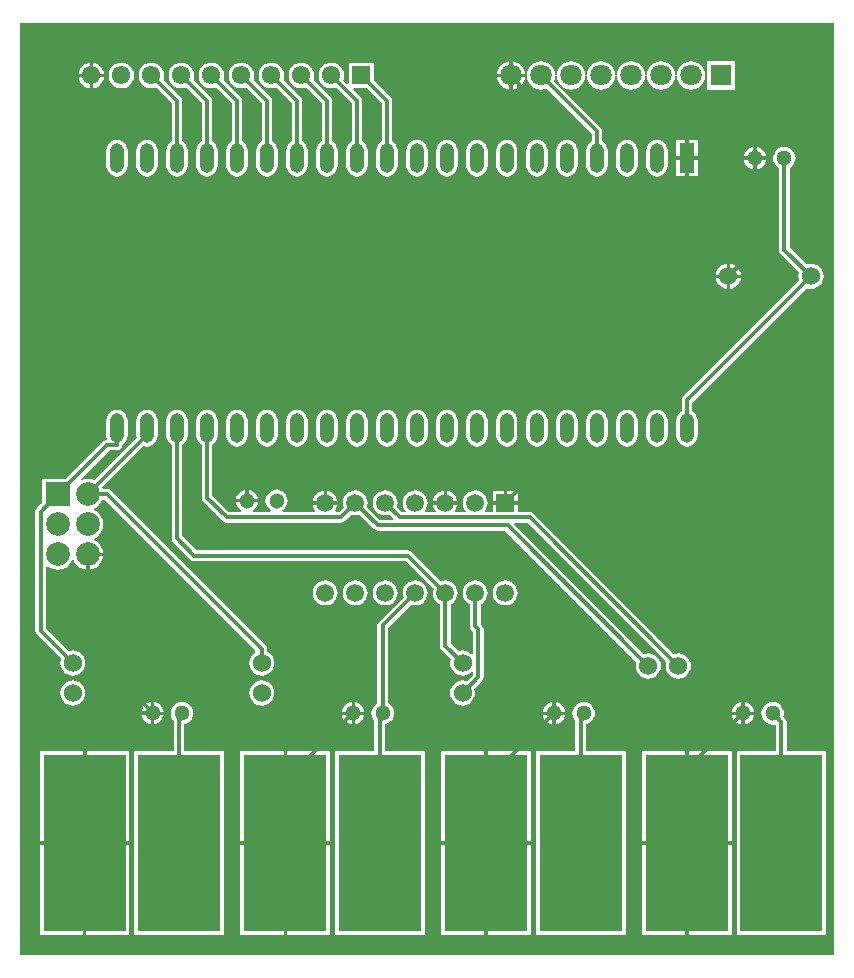
<source format=gtl>
G04 Layer_Physical_Order=1*
G04 Layer_Color=25308*
%FSLAX25Y25*%
%MOIN*%
G70*
G01*
G75*
%ADD10R,0.27559X0.59055*%
%ADD11C,0.01181*%
%ADD12C,0.07874*%
%ADD13R,0.07874X0.07874*%
%ADD14R,0.05906X0.05906*%
%ADD15C,0.05906*%
%ADD16C,0.05118*%
%ADD17C,0.06000*%
%ADD18C,0.07087*%
%ADD19R,0.07087X0.07087*%
%ADD20O,0.04724X0.09843*%
%ADD21R,0.04724X0.09843*%
%ADD22R,0.06102X0.06102*%
%ADD23C,0.06102*%
G36*
X332438Y61263D02*
X61263D01*
Y371808D01*
X332438D01*
Y61263D01*
D02*
G37*
%LPC*%
G36*
X141732Y152761D02*
X140641Y152617D01*
X139624Y152196D01*
X138750Y151525D01*
X138080Y150652D01*
X137659Y149635D01*
X137515Y148543D01*
X137659Y147452D01*
X138080Y146435D01*
X138750Y145561D01*
X139624Y144891D01*
X140641Y144470D01*
X141732Y144326D01*
X142824Y144470D01*
X143841Y144891D01*
X144714Y145561D01*
X145384Y146435D01*
X145806Y147452D01*
X145949Y148543D01*
X145806Y149635D01*
X145384Y150652D01*
X144714Y151525D01*
X143841Y152196D01*
X142824Y152617D01*
X141732Y152761D01*
D02*
G37*
G36*
X78740D02*
X77649Y152617D01*
X76632Y152196D01*
X75758Y151525D01*
X75088Y150652D01*
X74667Y149635D01*
X74523Y148543D01*
X74667Y147452D01*
X75088Y146435D01*
X75758Y145561D01*
X76632Y144891D01*
X77649Y144470D01*
X78740Y144326D01*
X79832Y144470D01*
X80849Y144891D01*
X81722Y145561D01*
X82392Y146435D01*
X82814Y147452D01*
X82957Y148543D01*
X82814Y149635D01*
X82392Y150652D01*
X81722Y151525D01*
X80849Y152196D01*
X79832Y152617D01*
X78740Y152761D01*
D02*
G37*
G36*
X302756Y145427D02*
Y142323D01*
X305860D01*
X305809Y142709D01*
X305432Y143618D01*
X304833Y144400D01*
X304052Y144999D01*
X303142Y145376D01*
X302756Y145427D01*
D02*
G37*
G36*
X162913Y186020D02*
X161834Y185878D01*
X160829Y185461D01*
X159965Y184799D01*
X159302Y183935D01*
X158886Y182930D01*
X158744Y181850D01*
X158886Y180771D01*
X159302Y179766D01*
X159965Y178902D01*
X160829Y178240D01*
X161834Y177823D01*
X162913Y177681D01*
X163993Y177823D01*
X164998Y178240D01*
X165862Y178902D01*
X166524Y179766D01*
X166941Y180771D01*
X167083Y181850D01*
X166941Y182930D01*
X166524Y183935D01*
X165862Y184799D01*
X164998Y185461D01*
X163993Y185878D01*
X162913Y186020D01*
D02*
G37*
G36*
X123465Y242904D02*
X122540Y242783D01*
X121678Y242426D01*
X120938Y241858D01*
X120370Y241118D01*
X120012Y240256D01*
X119891Y239331D01*
Y234212D01*
X120012Y233288D01*
X120370Y232426D01*
X120938Y231685D01*
X121658Y231132D01*
Y213635D01*
X121796Y212944D01*
X122187Y212358D01*
X128723Y205823D01*
X129309Y205431D01*
X130000Y205294D01*
X168163D01*
X168854Y205431D01*
X169440Y205823D01*
X171556Y207938D01*
X171834Y207823D01*
X172913Y207681D01*
X173993Y207823D01*
X174271Y207938D01*
X179086Y203123D01*
X179673Y202731D01*
X180364Y202594D01*
X222923D01*
X266642Y158874D01*
X266517Y158572D01*
X266373Y157480D01*
X266517Y156389D01*
X266938Y155372D01*
X267609Y154498D01*
X268482Y153828D01*
X269499Y153407D01*
X270591Y153263D01*
X271682Y153407D01*
X272699Y153828D01*
X273573Y154498D01*
X274243Y155372D01*
X274664Y156389D01*
X274808Y157480D01*
X274664Y158572D01*
X274243Y159589D01*
X273573Y160462D01*
X272699Y161133D01*
X271682Y161554D01*
X270591Y161698D01*
X269499Y161554D01*
X269197Y161429D01*
X225894Y204732D01*
X226085Y205194D01*
X230323D01*
X276642Y158874D01*
X276517Y158572D01*
X276373Y157480D01*
X276517Y156389D01*
X276938Y155372D01*
X277609Y154498D01*
X278482Y153828D01*
X279499Y153407D01*
X280591Y153263D01*
X281682Y153407D01*
X282699Y153828D01*
X283573Y154498D01*
X284243Y155372D01*
X284664Y156389D01*
X284808Y157480D01*
X284664Y158572D01*
X284243Y159589D01*
X283573Y160462D01*
X282699Y161133D01*
X281682Y161554D01*
X280591Y161698D01*
X279499Y161554D01*
X279197Y161429D01*
X232348Y208277D01*
X231762Y208669D01*
X231071Y208806D01*
X227047D01*
Y211260D01*
X218780D01*
Y208806D01*
X216419D01*
X216172Y209306D01*
X216524Y209766D01*
X216941Y210771D01*
X217083Y211850D01*
X216941Y212930D01*
X216524Y213935D01*
X215862Y214799D01*
X214998Y215461D01*
X213993Y215878D01*
X212913Y216020D01*
X211834Y215878D01*
X210829Y215461D01*
X209965Y214799D01*
X209302Y213935D01*
X208886Y212930D01*
X208744Y211850D01*
X208886Y210771D01*
X209302Y209766D01*
X209655Y209306D01*
X209408Y208806D01*
X206418D01*
X206172Y209306D01*
X206524Y209766D01*
X206941Y210771D01*
X207005Y211260D01*
X198822D01*
X198886Y210771D01*
X199302Y209766D01*
X199655Y209306D01*
X199408Y208806D01*
X196418D01*
X196172Y209306D01*
X196524Y209766D01*
X196941Y210771D01*
X197083Y211850D01*
X196941Y212930D01*
X196524Y213935D01*
X195862Y214799D01*
X194998Y215461D01*
X193993Y215878D01*
X192913Y216020D01*
X191834Y215878D01*
X190829Y215461D01*
X189965Y214799D01*
X189303Y213935D01*
X188886Y212930D01*
X188744Y211850D01*
X188886Y210771D01*
X189303Y209766D01*
X189655Y209306D01*
X189408Y208806D01*
X188512D01*
X186826Y210493D01*
D01*
X186941Y210771D01*
X187083Y211850D01*
X186941Y212930D01*
X186524Y213935D01*
X185862Y214799D01*
X184998Y215461D01*
X183993Y215878D01*
X182913Y216020D01*
X181834Y215878D01*
X180829Y215461D01*
X179965Y214799D01*
X179303Y213935D01*
X178886Y212930D01*
X178744Y211850D01*
X178886Y210771D01*
X179303Y209766D01*
X179965Y208902D01*
X180829Y208240D01*
X181834Y207823D01*
X182913Y207681D01*
X183993Y207823D01*
X184271Y207938D01*
X185541Y206668D01*
X185350Y206206D01*
X181112D01*
X176825Y210493D01*
D01*
X176941Y210771D01*
X177083Y211850D01*
X176941Y212930D01*
X176524Y213935D01*
X175862Y214799D01*
X174998Y215461D01*
X173993Y215878D01*
X172913Y216020D01*
X171834Y215878D01*
X170829Y215461D01*
X169965Y214799D01*
X169302Y213935D01*
X168886Y212930D01*
X168744Y211850D01*
X168886Y210771D01*
X169001Y210493D01*
X167415Y208906D01*
X166430D01*
X166209Y209355D01*
X166524Y209766D01*
X166941Y210771D01*
X167005Y211260D01*
X158822D01*
X158886Y210771D01*
X159302Y209766D01*
X159618Y209355D01*
X159397Y208906D01*
X148768D01*
X148721Y208995D01*
X148637Y209406D01*
X149321Y209931D01*
X149921Y210712D01*
X150297Y211622D01*
X150426Y212598D01*
X150297Y213575D01*
X149921Y214485D01*
X149321Y215266D01*
X148540Y215865D01*
X147630Y216242D01*
X146654Y216371D01*
X145677Y216242D01*
X144767Y215865D01*
X143986Y215266D01*
X143387Y214485D01*
X143010Y213575D01*
X142881Y212598D01*
X143010Y211622D01*
X143387Y210712D01*
X143986Y209931D01*
X144670Y209406D01*
X144587Y208995D01*
X144539Y208906D01*
X138926D01*
X138878Y208995D01*
X138795Y209406D01*
X139479Y209931D01*
X140078Y210712D01*
X140455Y211622D01*
X140506Y212008D01*
X133116D01*
X133167Y211622D01*
X133544Y210712D01*
X134143Y209931D01*
X134827Y209406D01*
X134744Y208995D01*
X134696Y208906D01*
X130748D01*
X125271Y214384D01*
Y231132D01*
X125992Y231685D01*
X126560Y232426D01*
X126917Y233288D01*
X127039Y234212D01*
Y239331D01*
X126917Y240256D01*
X126560Y241118D01*
X125992Y241858D01*
X125251Y242426D01*
X124390Y242783D01*
X123465Y242904D01*
D02*
G37*
G36*
X113465D02*
X112540Y242783D01*
X111678Y242426D01*
X110938Y241858D01*
X110370Y241118D01*
X110012Y240256D01*
X109891Y239331D01*
Y234212D01*
X110012Y233288D01*
X110370Y232426D01*
X110938Y231685D01*
X111658Y231132D01*
Y200000D01*
X111796Y199309D01*
X112187Y198723D01*
X117987Y192923D01*
X118573Y192531D01*
X119265Y192394D01*
X189816D01*
X199001Y183208D01*
X198886Y182930D01*
X198744Y181850D01*
X198886Y180771D01*
X199302Y179766D01*
X199965Y178902D01*
X200829Y178240D01*
X201107Y178124D01*
Y164291D01*
X201244Y163600D01*
X201636Y163014D01*
X204713Y159937D01*
X204588Y159635D01*
X204444Y158543D01*
X204588Y157452D01*
X205009Y156435D01*
X205679Y155561D01*
X206553Y154891D01*
X207570Y154470D01*
X208661Y154326D01*
X209753Y154470D01*
X210770Y154891D01*
X211594Y155523D01*
X212025Y155432D01*
X212094Y155409D01*
Y154530D01*
X210055Y152492D01*
X209753Y152617D01*
X208661Y152761D01*
X207570Y152617D01*
X206553Y152196D01*
X205679Y151525D01*
X205009Y150652D01*
X204588Y149635D01*
X204444Y148543D01*
X204588Y147452D01*
X205009Y146435D01*
X205679Y145561D01*
X206553Y144891D01*
X207570Y144470D01*
X208661Y144326D01*
X209753Y144470D01*
X210770Y144891D01*
X211643Y145561D01*
X212314Y146435D01*
X212735Y147452D01*
X212879Y148543D01*
X212735Y149635D01*
X212610Y149937D01*
X215177Y152505D01*
X215569Y153091D01*
X215706Y153782D01*
Y169700D01*
X215569Y170391D01*
X215177Y170977D01*
X214720Y171435D01*
Y178124D01*
X214998Y178240D01*
X215862Y178902D01*
X216524Y179766D01*
X216941Y180771D01*
X217083Y181850D01*
X216941Y182930D01*
X216524Y183935D01*
X215862Y184799D01*
X214998Y185461D01*
X213993Y185878D01*
X212913Y186020D01*
X211834Y185878D01*
X210829Y185461D01*
X209965Y184799D01*
X209302Y183935D01*
X208886Y182930D01*
X208744Y181850D01*
X208886Y180771D01*
X209302Y179766D01*
X209965Y178902D01*
X210829Y178240D01*
X211107Y178124D01*
Y170687D01*
X211245Y169995D01*
X211636Y169409D01*
X212094Y168952D01*
Y161678D01*
X212025Y161655D01*
X211594Y161564D01*
X210770Y162196D01*
X209753Y162617D01*
X208661Y162761D01*
X207570Y162617D01*
X207268Y162492D01*
X204720Y165040D01*
Y178124D01*
X204998Y178240D01*
X205862Y178902D01*
X206524Y179766D01*
X206941Y180771D01*
X207083Y181850D01*
X206941Y182930D01*
X206524Y183935D01*
X205862Y184799D01*
X204998Y185461D01*
X203993Y185878D01*
X202913Y186020D01*
X201834Y185878D01*
X201556Y185763D01*
X191841Y195477D01*
X191255Y195869D01*
X190564Y196006D01*
X120013D01*
X115271Y200748D01*
Y231132D01*
X115992Y231685D01*
X116560Y232426D01*
X116917Y233288D01*
X117039Y234212D01*
Y239331D01*
X116917Y240256D01*
X116560Y241118D01*
X115992Y241858D01*
X115252Y242426D01*
X114390Y242783D01*
X113465Y242904D01*
D02*
G37*
G36*
X301575Y145427D02*
X301189Y145376D01*
X300279Y144999D01*
X299498Y144400D01*
X298898Y143618D01*
X298521Y142709D01*
X298471Y142323D01*
X301575D01*
Y145427D01*
D02*
G37*
G36*
X171654D02*
X171268Y145376D01*
X170358Y144999D01*
X169577Y144400D01*
X168977Y143618D01*
X168600Y142709D01*
X168550Y142323D01*
X171654D01*
Y145427D01*
D02*
G37*
G36*
X105905D02*
Y142323D01*
X109010D01*
X108959Y142709D01*
X108582Y143618D01*
X107983Y144400D01*
X107201Y144999D01*
X106291Y145376D01*
X105905Y145427D01*
D02*
G37*
G36*
X104725D02*
X104339Y145376D01*
X103429Y144999D01*
X102647Y144400D01*
X102048Y143618D01*
X101671Y142709D01*
X101620Y142323D01*
X104725D01*
Y145427D01*
D02*
G37*
G36*
X239764D02*
Y142323D01*
X242868D01*
X242817Y142709D01*
X242440Y143618D01*
X241841Y144400D01*
X241059Y144999D01*
X240150Y145376D01*
X239764Y145427D01*
D02*
G37*
G36*
X238583D02*
X238197Y145376D01*
X237287Y144999D01*
X236506Y144400D01*
X235906Y143618D01*
X235529Y142709D01*
X235478Y142323D01*
X238583D01*
Y145427D01*
D02*
G37*
G36*
X172835D02*
Y142323D01*
X175939D01*
X175888Y142709D01*
X175511Y143618D01*
X174912Y144400D01*
X174130Y144999D01*
X173221Y145376D01*
X172835Y145427D01*
D02*
G37*
G36*
X172913Y186020D02*
X171834Y185878D01*
X170829Y185461D01*
X169965Y184799D01*
X169302Y183935D01*
X168886Y182930D01*
X168744Y181850D01*
X168886Y180771D01*
X169302Y179766D01*
X169965Y178902D01*
X170829Y178240D01*
X171834Y177823D01*
X172913Y177681D01*
X173993Y177823D01*
X174998Y178240D01*
X175862Y178902D01*
X176524Y179766D01*
X176941Y180771D01*
X177083Y181850D01*
X176941Y182930D01*
X176524Y183935D01*
X175862Y184799D01*
X174998Y185461D01*
X173993Y185878D01*
X172913Y186020D01*
D02*
G37*
G36*
X227047Y215984D02*
X223504D01*
Y212441D01*
X227047D01*
Y215984D01*
D02*
G37*
G36*
X222323D02*
X218780D01*
Y212441D01*
X222323D01*
Y215984D01*
D02*
G37*
G36*
X203504Y215942D02*
Y212441D01*
X207005D01*
X206941Y212930D01*
X206524Y213935D01*
X205862Y214799D01*
X204998Y215461D01*
X203993Y215878D01*
X203504Y215942D01*
D02*
G37*
G36*
X103465Y242904D02*
X102540Y242783D01*
X101678Y242426D01*
X100937Y241858D01*
X100370Y241118D01*
X100013Y240256D01*
X99891Y239331D01*
Y234212D01*
X99982Y233521D01*
X85851Y219390D01*
X85076Y219711D01*
X83740Y219887D01*
X82404Y219711D01*
X81694Y219417D01*
X81411Y219841D01*
X91014Y229444D01*
X93465D01*
X94156Y229581D01*
X94742Y229973D01*
X95134Y230559D01*
X95244Y231114D01*
X95252Y231118D01*
X95992Y231685D01*
X96560Y232426D01*
X96917Y233288D01*
X97039Y234212D01*
Y239331D01*
X96917Y240256D01*
X96560Y241118D01*
X95992Y241858D01*
X95252Y242426D01*
X94390Y242783D01*
X93465Y242904D01*
X92540Y242783D01*
X91678Y242426D01*
X90938Y241858D01*
X90369Y241118D01*
X90013Y240256D01*
X89891Y239331D01*
Y234212D01*
X90013Y233288D01*
X89844Y232973D01*
X89574Y232919D01*
X88989Y232527D01*
X76304Y219843D01*
X68622D01*
Y212161D01*
X66723Y210262D01*
X66331Y209676D01*
X66194Y208984D01*
Y169284D01*
X66331Y168592D01*
X66723Y168006D01*
X74792Y159937D01*
X74667Y159635D01*
X74523Y158543D01*
X74667Y157452D01*
X75088Y156435D01*
X75758Y155561D01*
X76632Y154891D01*
X77649Y154470D01*
X78740Y154326D01*
X79832Y154470D01*
X80849Y154891D01*
X81722Y155561D01*
X82392Y156435D01*
X82814Y157452D01*
X82957Y158543D01*
X82814Y159635D01*
X82392Y160652D01*
X81722Y161525D01*
X80849Y162196D01*
X79832Y162617D01*
X78740Y162761D01*
X77649Y162617D01*
X77346Y162492D01*
X69806Y170032D01*
Y190662D01*
X70306Y190908D01*
X71159Y190254D01*
X72404Y189738D01*
X73740Y189562D01*
X75076Y189738D01*
X76321Y190254D01*
X77390Y191074D01*
X78211Y192143D01*
X78470Y192768D01*
X79011D01*
X79269Y192143D01*
X80090Y191074D01*
X81159Y190254D01*
X82404Y189738D01*
X83150Y189640D01*
Y194724D01*
X83740D01*
Y195315D01*
X88825D01*
X88727Y196061D01*
X88211Y197306D01*
X87391Y198375D01*
X86321Y199195D01*
X85697Y199454D01*
Y199995D01*
X86321Y200254D01*
X87391Y201074D01*
X88211Y202143D01*
X88727Y203388D01*
X88902Y204724D01*
X88727Y206061D01*
X88211Y207306D01*
X87391Y208375D01*
X86321Y209195D01*
X85697Y209454D01*
Y209995D01*
X86321Y210254D01*
X87391Y211074D01*
X88211Y212143D01*
X88532Y212918D01*
X89427D01*
X139613Y162732D01*
X139618Y162506D01*
X139521Y162117D01*
X138750Y161525D01*
X138080Y160652D01*
X137659Y159635D01*
X137515Y158543D01*
X137659Y157452D01*
X138080Y156435D01*
X138750Y155561D01*
X139624Y154891D01*
X140641Y154470D01*
X141732Y154326D01*
X142824Y154470D01*
X143841Y154891D01*
X144714Y155561D01*
X145384Y156435D01*
X145806Y157452D01*
X145949Y158543D01*
X145806Y159635D01*
X145384Y160652D01*
X144714Y161525D01*
X143841Y162196D01*
X143539Y162321D01*
Y163168D01*
X143401Y163859D01*
X143009Y164445D01*
X91453Y216002D01*
X90867Y216393D01*
X90176Y216531D01*
X88808D01*
X88601Y217031D01*
X102392Y230822D01*
X102540Y230760D01*
X103465Y230639D01*
X104390Y230760D01*
X105252Y231118D01*
X105992Y231685D01*
X106560Y232426D01*
X106917Y233288D01*
X107038Y234212D01*
Y239331D01*
X106917Y240256D01*
X106560Y241118D01*
X105992Y241858D01*
X105252Y242426D01*
X104390Y242783D01*
X103465Y242904D01*
D02*
G37*
G36*
X137401Y216293D02*
Y213189D01*
X140506D01*
X140455Y213575D01*
X140078Y214485D01*
X139479Y215266D01*
X138697Y215865D01*
X137787Y216242D01*
X137401Y216293D01*
D02*
G37*
G36*
X136221D02*
X135835Y216242D01*
X134925Y215865D01*
X134143Y215266D01*
X133544Y214485D01*
X133167Y213575D01*
X133116Y213189D01*
X136221D01*
Y216293D01*
D02*
G37*
G36*
X202323Y215942D02*
X201834Y215878D01*
X200829Y215461D01*
X199965Y214799D01*
X199302Y213935D01*
X198886Y212930D01*
X198822Y212441D01*
X202323D01*
Y215942D01*
D02*
G37*
G36*
X222913Y186020D02*
X221834Y185878D01*
X220829Y185461D01*
X219965Y184799D01*
X219303Y183935D01*
X218886Y182930D01*
X218744Y181850D01*
X218886Y180771D01*
X219303Y179766D01*
X219965Y178902D01*
X220829Y178240D01*
X221834Y177823D01*
X222913Y177681D01*
X223992Y177823D01*
X224998Y178240D01*
X225862Y178902D01*
X226524Y179766D01*
X226941Y180771D01*
X227083Y181850D01*
X226941Y182930D01*
X226524Y183935D01*
X225862Y184799D01*
X224998Y185461D01*
X223992Y185878D01*
X222913Y186020D01*
D02*
G37*
G36*
X192913D02*
X191834Y185878D01*
X190829Y185461D01*
X189965Y184799D01*
X189303Y183935D01*
X188886Y182930D01*
X188744Y181850D01*
X188886Y180771D01*
X189001Y180493D01*
X180809Y172301D01*
X180418Y171715D01*
X180280Y171024D01*
Y145032D01*
X180200Y144999D01*
X179419Y144400D01*
X178820Y143618D01*
X178443Y142709D01*
X178314Y141732D01*
X178443Y140756D01*
X178820Y139846D01*
X179296Y139225D01*
Y129134D01*
X166142D01*
Y67716D01*
X196063D01*
Y129134D01*
X182909D01*
Y138068D01*
X183063Y138088D01*
X183973Y138465D01*
X184754Y139065D01*
X185354Y139846D01*
X185731Y140756D01*
X185859Y141732D01*
X185731Y142709D01*
X185354Y143618D01*
X184754Y144400D01*
X183973Y144999D01*
X183893Y145032D01*
Y170275D01*
X191556Y177938D01*
X191834Y177823D01*
X192913Y177681D01*
X193993Y177823D01*
X194998Y178240D01*
X195862Y178902D01*
X196524Y179766D01*
X196941Y180771D01*
X197083Y181850D01*
X196941Y182930D01*
X196524Y183935D01*
X195862Y184799D01*
X194998Y185461D01*
X193993Y185878D01*
X192913Y186020D01*
D02*
G37*
G36*
X182913D02*
X181834Y185878D01*
X180829Y185461D01*
X179965Y184799D01*
X179303Y183935D01*
X178886Y182930D01*
X178744Y181850D01*
X178886Y180771D01*
X179303Y179766D01*
X179965Y178902D01*
X180829Y178240D01*
X181834Y177823D01*
X182913Y177681D01*
X183993Y177823D01*
X184998Y178240D01*
X185862Y178902D01*
X186524Y179766D01*
X186941Y180771D01*
X187083Y181850D01*
X186941Y182930D01*
X186524Y183935D01*
X185862Y184799D01*
X184998Y185461D01*
X183993Y185878D01*
X182913Y186020D01*
D02*
G37*
G36*
X163504Y215942D02*
Y212441D01*
X167005D01*
X166941Y212930D01*
X166524Y213935D01*
X165862Y214799D01*
X164998Y215461D01*
X163993Y215878D01*
X163504Y215942D01*
D02*
G37*
G36*
X162323D02*
X161834Y215878D01*
X160829Y215461D01*
X159965Y214799D01*
X159302Y213935D01*
X158886Y212930D01*
X158822Y212441D01*
X162323D01*
Y215942D01*
D02*
G37*
G36*
X88825Y194134D02*
X84331D01*
Y189640D01*
X85076Y189738D01*
X86321Y190254D01*
X87391Y191074D01*
X88211Y192143D01*
X88727Y193388D01*
X88825Y194134D01*
D02*
G37*
G36*
X298425Y97835D02*
X284055D01*
Y67716D01*
X298425D01*
Y97835D01*
D02*
G37*
G36*
X282874D02*
X268504D01*
Y67716D01*
X282874D01*
Y97835D01*
D02*
G37*
G36*
X249016Y145505D02*
X248039Y145376D01*
X247130Y144999D01*
X246348Y144400D01*
X245749Y143618D01*
X245372Y142709D01*
X245243Y141732D01*
X245372Y140756D01*
X245749Y139846D01*
X246225Y139225D01*
Y129134D01*
X233071D01*
Y67716D01*
X262992D01*
Y129134D01*
X249838D01*
Y138068D01*
X249992Y138088D01*
X250902Y138465D01*
X251683Y139065D01*
X252283Y139846D01*
X252660Y140756D01*
X252788Y141732D01*
X252660Y142709D01*
X252283Y143618D01*
X251683Y144400D01*
X250902Y144999D01*
X249992Y145376D01*
X249016Y145505D01*
D02*
G37*
G36*
X97638Y129134D02*
X83268D01*
Y99016D01*
X97638D01*
Y129134D01*
D02*
G37*
G36*
X82087D02*
X67717D01*
Y99016D01*
X82087D01*
Y129134D01*
D02*
G37*
G36*
X312008Y145505D02*
X311031Y145376D01*
X310122Y144999D01*
X309340Y144400D01*
X308741Y143618D01*
X308364Y142709D01*
X308235Y141732D01*
X308364Y140756D01*
X308741Y139846D01*
X309340Y139065D01*
X310122Y138465D01*
X311031Y138088D01*
X312008Y137960D01*
X312660Y138046D01*
X313140Y137664D01*
X313154Y137626D01*
Y129134D01*
X300000D01*
Y67716D01*
X329921D01*
Y129134D01*
X316767D01*
Y138779D01*
X316630Y139471D01*
X316238Y140057D01*
X315619Y140676D01*
X315652Y140756D01*
X315780Y141732D01*
X315652Y142709D01*
X315275Y143618D01*
X314675Y144400D01*
X313894Y144999D01*
X312984Y145376D01*
X312008Y145505D01*
D02*
G37*
G36*
X231496Y97835D02*
X217126D01*
Y67716D01*
X231496D01*
Y97835D01*
D02*
G37*
G36*
X115157Y145505D02*
X114181Y145376D01*
X113271Y144999D01*
X112490Y144400D01*
X111890Y143618D01*
X111513Y142709D01*
X111385Y141732D01*
X111513Y140756D01*
X111890Y139846D01*
X112367Y139225D01*
Y129134D01*
X99213D01*
Y67716D01*
X129134D01*
Y129134D01*
X115980D01*
Y138068D01*
X116134Y138088D01*
X117044Y138465D01*
X117825Y139065D01*
X118424Y139846D01*
X118801Y140756D01*
X118930Y141732D01*
X118801Y142709D01*
X118424Y143618D01*
X117825Y144400D01*
X117044Y144999D01*
X116134Y145376D01*
X115157Y145505D01*
D02*
G37*
G36*
X97638Y97835D02*
X83268D01*
Y67716D01*
X97638D01*
Y97835D01*
D02*
G37*
G36*
X82087D02*
X67717D01*
Y67716D01*
X82087D01*
Y97835D01*
D02*
G37*
G36*
X215945D02*
X201575D01*
Y67716D01*
X215945D01*
Y97835D01*
D02*
G37*
G36*
X164567D02*
X150197D01*
Y67716D01*
X164567D01*
Y97835D01*
D02*
G37*
G36*
X149016D02*
X134646D01*
Y67716D01*
X149016D01*
Y97835D01*
D02*
G37*
G36*
Y129134D02*
X134646D01*
Y99016D01*
X149016D01*
Y129134D01*
D02*
G37*
G36*
X238583Y141142D02*
X235478D01*
X235529Y140756D01*
X235906Y139846D01*
X236506Y139065D01*
X237287Y138465D01*
X238197Y138088D01*
X238583Y138038D01*
Y141142D01*
D02*
G37*
G36*
X175939D02*
X172835D01*
Y138038D01*
X173221Y138088D01*
X174130Y138465D01*
X174912Y139065D01*
X175511Y139846D01*
X175888Y140756D01*
X175939Y141142D01*
D02*
G37*
G36*
X171654D02*
X168550D01*
X168600Y140756D01*
X168977Y139846D01*
X169577Y139065D01*
X170358Y138465D01*
X171268Y138088D01*
X171654Y138038D01*
Y141142D01*
D02*
G37*
G36*
X305860D02*
X302756D01*
Y138038D01*
X303142Y138088D01*
X304052Y138465D01*
X304833Y139065D01*
X305432Y139846D01*
X305809Y140756D01*
X305860Y141142D01*
D02*
G37*
G36*
X301575D02*
X298471D01*
X298521Y140756D01*
X298898Y139846D01*
X299498Y139065D01*
X300279Y138465D01*
X301189Y138088D01*
X301575Y138038D01*
Y141142D01*
D02*
G37*
G36*
X242868D02*
X239764D01*
Y138038D01*
X240150Y138088D01*
X241059Y138465D01*
X241841Y139065D01*
X242440Y139846D01*
X242817Y140756D01*
X242868Y141142D01*
D02*
G37*
G36*
X109010D02*
X105905D01*
Y138038D01*
X106291Y138088D01*
X107201Y138465D01*
X107983Y139065D01*
X108582Y139846D01*
X108959Y140756D01*
X109010Y141142D01*
D02*
G37*
G36*
X231496Y129134D02*
X217126D01*
Y99016D01*
X231496D01*
Y129134D01*
D02*
G37*
G36*
X215945D02*
X201575D01*
Y99016D01*
X215945D01*
Y129134D01*
D02*
G37*
G36*
X164567D02*
X150197D01*
Y99016D01*
X164567D01*
Y129134D01*
D02*
G37*
G36*
X104725Y141142D02*
X101620D01*
X101671Y140756D01*
X102048Y139846D01*
X102647Y139065D01*
X103429Y138465D01*
X104339Y138088D01*
X104725Y138038D01*
Y141142D01*
D02*
G37*
G36*
X298425Y129134D02*
X284055D01*
Y99016D01*
X298425D01*
Y129134D01*
D02*
G37*
G36*
X282874D02*
X268504D01*
Y99016D01*
X282874D01*
Y129134D01*
D02*
G37*
G36*
X133465Y242904D02*
X132540Y242783D01*
X131678Y242426D01*
X130938Y241858D01*
X130369Y241118D01*
X130013Y240256D01*
X129891Y239331D01*
Y234212D01*
X130013Y233288D01*
X130369Y232426D01*
X130938Y231685D01*
X131678Y231118D01*
X132540Y230760D01*
X133465Y230639D01*
X134390Y230760D01*
X135251Y231118D01*
X135992Y231685D01*
X136560Y232426D01*
X136917Y233288D01*
X137039Y234212D01*
Y239331D01*
X136917Y240256D01*
X136560Y241118D01*
X135992Y241858D01*
X135251Y242426D01*
X134390Y242783D01*
X133465Y242904D01*
D02*
G37*
G36*
X287008Y326181D02*
X284055D01*
Y320669D01*
X287008D01*
Y326181D01*
D02*
G37*
G36*
X282874D02*
X279921D01*
Y320669D01*
X282874D01*
Y326181D01*
D02*
G37*
G36*
X273465Y332905D02*
X272540Y332783D01*
X271678Y332426D01*
X270937Y331858D01*
X270370Y331118D01*
X270012Y330256D01*
X269891Y329331D01*
Y324213D01*
X270012Y323288D01*
X270370Y322426D01*
X270937Y321685D01*
X271678Y321117D01*
X272540Y320760D01*
X273465Y320639D01*
X274390Y320760D01*
X275252Y321117D01*
X275992Y321685D01*
X276560Y322426D01*
X276917Y323288D01*
X277039Y324213D01*
Y329331D01*
X276917Y330256D01*
X276560Y331118D01*
X275992Y331858D01*
X275252Y332426D01*
X274390Y332783D01*
X273465Y332905D01*
D02*
G37*
G36*
X282874Y332874D02*
X279921D01*
Y327362D01*
X282874D01*
Y332874D01*
D02*
G37*
G36*
X309797Y326181D02*
X306693D01*
Y323077D01*
X307079Y323128D01*
X307989Y323505D01*
X308770Y324104D01*
X309369Y324885D01*
X309746Y325795D01*
X309797Y326181D01*
D02*
G37*
G36*
X305512D02*
X302408D01*
X302459Y325795D01*
X302835Y324885D01*
X303435Y324104D01*
X304216Y323505D01*
X305126Y323128D01*
X305512Y323077D01*
Y326181D01*
D02*
G37*
G36*
X263465Y332905D02*
X262540Y332783D01*
X261678Y332426D01*
X260938Y331858D01*
X260369Y331118D01*
X260013Y330256D01*
X259891Y329331D01*
Y324213D01*
X260013Y323288D01*
X260369Y322426D01*
X260938Y321685D01*
X261678Y321117D01*
X262540Y320760D01*
X263465Y320639D01*
X264390Y320760D01*
X265251Y321117D01*
X265992Y321685D01*
X266560Y322426D01*
X266917Y323288D01*
X267038Y324213D01*
Y329331D01*
X266917Y330256D01*
X266560Y331118D01*
X265992Y331858D01*
X265251Y332426D01*
X264390Y332783D01*
X263465Y332905D01*
D02*
G37*
G36*
X213465D02*
X212540Y332783D01*
X211678Y332426D01*
X210938Y331858D01*
X210369Y331118D01*
X210013Y330256D01*
X209891Y329331D01*
Y324213D01*
X210013Y323288D01*
X210369Y322426D01*
X210938Y321685D01*
X211678Y321117D01*
X212540Y320760D01*
X213465Y320639D01*
X214390Y320760D01*
X215251Y321117D01*
X215992Y321685D01*
X216560Y322426D01*
X216917Y323288D01*
X217038Y324213D01*
Y329331D01*
X216917Y330256D01*
X216560Y331118D01*
X215992Y331858D01*
X215251Y332426D01*
X214390Y332783D01*
X213465Y332905D01*
D02*
G37*
G36*
X203465D02*
X202540Y332783D01*
X201678Y332426D01*
X200938Y331858D01*
X200370Y331118D01*
X200012Y330256D01*
X199891Y329331D01*
Y324213D01*
X200012Y323288D01*
X200370Y322426D01*
X200938Y321685D01*
X201678Y321117D01*
X202540Y320760D01*
X203465Y320639D01*
X204390Y320760D01*
X205252Y321117D01*
X205992Y321685D01*
X206560Y322426D01*
X206917Y323288D01*
X207038Y324213D01*
Y329331D01*
X206917Y330256D01*
X206560Y331118D01*
X205992Y331858D01*
X205252Y332426D01*
X204390Y332783D01*
X203465Y332905D01*
D02*
G37*
G36*
X193465D02*
X192540Y332783D01*
X191678Y332426D01*
X190937Y331858D01*
X190369Y331118D01*
X190013Y330256D01*
X189891Y329331D01*
Y324213D01*
X190013Y323288D01*
X190369Y322426D01*
X190937Y321685D01*
X191678Y321117D01*
X192540Y320760D01*
X193465Y320639D01*
X194390Y320760D01*
X195252Y321117D01*
X195992Y321685D01*
X196560Y322426D01*
X196917Y323288D01*
X197038Y324213D01*
Y329331D01*
X196917Y330256D01*
X196560Y331118D01*
X195992Y331858D01*
X195252Y332426D01*
X194390Y332783D01*
X193465Y332905D01*
D02*
G37*
G36*
X243465D02*
X242540Y332783D01*
X241678Y332426D01*
X240937Y331858D01*
X240370Y331118D01*
X240013Y330256D01*
X239891Y329331D01*
Y324213D01*
X240013Y323288D01*
X240370Y322426D01*
X240937Y321685D01*
X241678Y321117D01*
X242540Y320760D01*
X243465Y320639D01*
X244390Y320760D01*
X245251Y321117D01*
X245992Y321685D01*
X246560Y322426D01*
X246917Y323288D01*
X247039Y324213D01*
Y329331D01*
X246917Y330256D01*
X246560Y331118D01*
X245992Y331858D01*
X245251Y332426D01*
X244390Y332783D01*
X243465Y332905D01*
D02*
G37*
G36*
X233465D02*
X232540Y332783D01*
X231678Y332426D01*
X230938Y331858D01*
X230369Y331118D01*
X230012Y330256D01*
X229891Y329331D01*
Y324213D01*
X230012Y323288D01*
X230369Y322426D01*
X230938Y321685D01*
X231678Y321117D01*
X232540Y320760D01*
X233465Y320639D01*
X234390Y320760D01*
X235251Y321117D01*
X235992Y321685D01*
X236560Y322426D01*
X236917Y323288D01*
X237038Y324213D01*
Y329331D01*
X236917Y330256D01*
X236560Y331118D01*
X235992Y331858D01*
X235251Y332426D01*
X234390Y332783D01*
X233465Y332905D01*
D02*
G37*
G36*
X223465D02*
X222540Y332783D01*
X221678Y332426D01*
X220937Y331858D01*
X220370Y331118D01*
X220012Y330256D01*
X219891Y329331D01*
Y324213D01*
X220012Y323288D01*
X220370Y322426D01*
X220937Y321685D01*
X221678Y321117D01*
X222540Y320760D01*
X223465Y320639D01*
X224390Y320760D01*
X225252Y321117D01*
X225992Y321685D01*
X226560Y322426D01*
X226917Y323288D01*
X227039Y324213D01*
Y329331D01*
X226917Y330256D01*
X226560Y331118D01*
X225992Y331858D01*
X225252Y332426D01*
X224390Y332783D01*
X223465Y332905D01*
D02*
G37*
G36*
X287008Y332874D02*
X284055D01*
Y327362D01*
X287008D01*
Y332874D01*
D02*
G37*
G36*
X84331Y358522D02*
X83816Y358454D01*
X82787Y358028D01*
X81903Y357349D01*
X81224Y356465D01*
X80798Y355436D01*
X80730Y354921D01*
X84331D01*
Y358522D01*
D02*
G37*
G36*
X284843Y359096D02*
X283609Y358934D01*
X282460Y358458D01*
X281473Y357700D01*
X280716Y356713D01*
X280240Y355564D01*
X280124Y354687D01*
Y354687D01*
X280095Y354462D01*
X280092D01*
X280076D01*
X280047D01*
X279639D01*
X279610Y354462D01*
X279593Y354462D01*
X279591D01*
X279561Y354687D01*
Y354687D01*
X279445Y355564D01*
X278969Y356713D01*
X278212Y357700D01*
X277225Y358458D01*
X276076Y358934D01*
X274843Y359096D01*
X273609Y358934D01*
X272460Y358458D01*
X271473Y357700D01*
X270716Y356713D01*
X270240Y355564D01*
X270124Y354687D01*
Y354687D01*
X270095Y354462D01*
X270092D01*
X270075D01*
X270046D01*
X269639D01*
X269610Y354462D01*
X269593Y354462D01*
X269590D01*
X269561Y354687D01*
Y354687D01*
X269445Y355564D01*
X268969Y356713D01*
X268212Y357700D01*
X267225Y358458D01*
X266076Y358934D01*
X264843Y359096D01*
X263609Y358934D01*
X262460Y358458D01*
X261473Y357700D01*
X260716Y356713D01*
X260240Y355564D01*
X260124Y354687D01*
Y354687D01*
X260095Y354462D01*
X260092D01*
X260075D01*
X260047D01*
X259639D01*
X259610Y354462D01*
X259593Y354462D01*
X259591D01*
X259561Y354687D01*
Y354687D01*
X259445Y355564D01*
X258969Y356713D01*
X258212Y357700D01*
X257225Y358458D01*
X256076Y358934D01*
X254843Y359096D01*
X253609Y358934D01*
X252460Y358458D01*
X251473Y357700D01*
X250716Y356713D01*
X250240Y355564D01*
X250124Y354687D01*
Y354687D01*
X250095Y354462D01*
X250092D01*
X250076D01*
X250046D01*
X249639D01*
X249610Y354462D01*
X249593Y354462D01*
X249590D01*
X249561Y354687D01*
Y354687D01*
X249445Y355564D01*
X248969Y356713D01*
X248212Y357700D01*
X247225Y358458D01*
X246076Y358934D01*
X244843Y359096D01*
X243609Y358934D01*
X242460Y358458D01*
X241473Y357700D01*
X240716Y356713D01*
X240240Y355564D01*
X240124Y354687D01*
Y354687D01*
X240095Y354462D01*
X240092D01*
X240075D01*
X240047D01*
X239639D01*
X239610Y354462D01*
X239593Y354462D01*
X239591D01*
X239561Y354687D01*
Y354687D01*
X239445Y355564D01*
X238969Y356713D01*
X238212Y357700D01*
X237225Y358458D01*
X236076Y358934D01*
X234843Y359096D01*
X233609Y358934D01*
X232460Y358458D01*
X231473Y357700D01*
X230716Y356713D01*
X230240Y355564D01*
X230124Y354687D01*
Y354687D01*
X230095Y354462D01*
X230095D01*
X230077Y354331D01*
X230095Y354199D01*
X230095D01*
X230124Y353975D01*
Y353975D01*
X230240Y353098D01*
X230716Y351948D01*
X231473Y350961D01*
X232460Y350204D01*
X233609Y349728D01*
X234843Y349566D01*
X236076Y349728D01*
X236652Y349967D01*
X251658Y334961D01*
Y332411D01*
X250938Y331858D01*
X250370Y331118D01*
X250012Y330256D01*
X249891Y329331D01*
Y324213D01*
X250012Y323288D01*
X250370Y322426D01*
X250938Y321685D01*
X251678Y321117D01*
X252540Y320760D01*
X253465Y320639D01*
X254390Y320760D01*
X255252Y321117D01*
X255992Y321685D01*
X256560Y322426D01*
X256917Y323288D01*
X257038Y324213D01*
Y329331D01*
X256917Y330256D01*
X256560Y331118D01*
X255992Y331858D01*
X255271Y332411D01*
Y335709D01*
X255134Y336400D01*
X254742Y336986D01*
X239207Y352521D01*
X239445Y353098D01*
X239561Y353975D01*
Y353975D01*
X239591Y354199D01*
X239593D01*
X239610D01*
X239639D01*
X240047D01*
X240075Y354199D01*
X240092Y354199D01*
X240095D01*
X240124Y353975D01*
Y353975D01*
X240240Y353098D01*
X240716Y351948D01*
X241473Y350961D01*
X242460Y350204D01*
X243609Y349728D01*
X244843Y349566D01*
X246076Y349728D01*
X247225Y350204D01*
X248212Y350961D01*
X248969Y351948D01*
X249445Y353098D01*
X249561Y353975D01*
Y353975D01*
X249590Y354199D01*
X249593D01*
X249610D01*
X249639D01*
X250046D01*
X250076Y354199D01*
X250092Y354199D01*
X250095D01*
X250124Y353975D01*
Y353975D01*
X250240Y353098D01*
X250716Y351948D01*
X251473Y350961D01*
X252460Y350204D01*
X253609Y349728D01*
X254843Y349566D01*
X256076Y349728D01*
X257225Y350204D01*
X258212Y350961D01*
X258969Y351948D01*
X259445Y353098D01*
X259561Y353975D01*
Y353975D01*
X259591Y354199D01*
X259593D01*
X259610D01*
X259639D01*
X260047D01*
X260075Y354199D01*
X260092Y354199D01*
X260095D01*
X260124Y353975D01*
Y353975D01*
X260240Y353098D01*
X260716Y351948D01*
X261473Y350961D01*
X262460Y350204D01*
X263609Y349728D01*
X264843Y349566D01*
X266076Y349728D01*
X267225Y350204D01*
X268212Y350961D01*
X268969Y351948D01*
X269445Y353098D01*
X269561Y353975D01*
Y353975D01*
X269590Y354199D01*
X269593D01*
X269610D01*
X269639D01*
X270046D01*
X270075Y354199D01*
X270092Y354199D01*
X270095D01*
X270124Y353975D01*
Y353975D01*
X270240Y353098D01*
X270716Y351948D01*
X271473Y350961D01*
X272460Y350204D01*
X273609Y349728D01*
X274843Y349566D01*
X276076Y349728D01*
X277225Y350204D01*
X278212Y350961D01*
X278969Y351948D01*
X279445Y353098D01*
X279561Y353975D01*
Y353975D01*
X279591Y354199D01*
X279593D01*
X279610D01*
X279639D01*
X280047D01*
X280076Y354199D01*
X280092Y354199D01*
X280095D01*
X280124Y353975D01*
Y353975D01*
X280240Y353098D01*
X280716Y351948D01*
X281473Y350961D01*
X282460Y350204D01*
X283609Y349728D01*
X284843Y349566D01*
X286076Y349728D01*
X287225Y350204D01*
X288212Y350961D01*
X288969Y351948D01*
X289445Y353098D01*
X289608Y354331D01*
X289445Y355564D01*
X288969Y356713D01*
X288212Y357700D01*
X287225Y358458D01*
X286076Y358934D01*
X284843Y359096D01*
D02*
G37*
G36*
X89112Y353740D02*
X85512D01*
Y350140D01*
X86026Y350207D01*
X87056Y350634D01*
X87940Y351312D01*
X88618Y352196D01*
X89044Y353226D01*
X89112Y353740D01*
D02*
G37*
G36*
X225433Y359018D02*
Y354921D01*
X229530D01*
X229445Y355564D01*
X228969Y356713D01*
X228212Y357700D01*
X227225Y358458D01*
X226076Y358934D01*
X225433Y359018D01*
D02*
G37*
G36*
X224252D02*
X223609Y358934D01*
X222460Y358458D01*
X221473Y357700D01*
X220716Y356713D01*
X220240Y355564D01*
X220155Y354921D01*
X224252D01*
Y359018D01*
D02*
G37*
G36*
X85512Y358522D02*
Y354921D01*
X89112D01*
X89044Y355436D01*
X88618Y356465D01*
X87940Y357349D01*
X87056Y358028D01*
X86026Y358454D01*
X85512Y358522D01*
D02*
G37*
G36*
X84331Y353740D02*
X80730D01*
X80798Y353226D01*
X81224Y352196D01*
X81903Y351312D01*
X82787Y350634D01*
X83816Y350207D01*
X84331Y350140D01*
Y353740D01*
D02*
G37*
G36*
X299567Y359055D02*
X290118D01*
Y349606D01*
X299567D01*
Y359055D01*
D02*
G37*
G36*
X306693Y330466D02*
Y327362D01*
X309797D01*
X309746Y327748D01*
X309369Y328658D01*
X308770Y329439D01*
X307989Y330039D01*
X307079Y330416D01*
X306693Y330466D01*
D02*
G37*
G36*
X305512D02*
X305126Y330416D01*
X304216Y330039D01*
X303435Y329439D01*
X302835Y328658D01*
X302459Y327748D01*
X302408Y327362D01*
X305512D01*
Y330466D01*
D02*
G37*
G36*
X94921Y358600D02*
X93816Y358454D01*
X92787Y358028D01*
X91903Y357349D01*
X91224Y356465D01*
X90798Y355436D01*
X90652Y354331D01*
X90798Y353226D01*
X91224Y352196D01*
X91903Y351312D01*
X92787Y350634D01*
X93816Y350207D01*
X94921Y350062D01*
X96026Y350207D01*
X97056Y350634D01*
X97940Y351312D01*
X98618Y352196D01*
X99045Y353226D01*
X99190Y354331D01*
X99045Y355436D01*
X98618Y356465D01*
X97940Y357349D01*
X97056Y358028D01*
X96026Y358454D01*
X94921Y358600D01*
D02*
G37*
G36*
X229530Y353740D02*
X225433D01*
Y349643D01*
X226076Y349728D01*
X227225Y350204D01*
X228212Y350961D01*
X228969Y351948D01*
X229445Y353098D01*
X229530Y353740D01*
D02*
G37*
G36*
X224252D02*
X220155D01*
X220240Y353098D01*
X220716Y351948D01*
X221473Y350961D01*
X222460Y350204D01*
X223609Y349728D01*
X224252Y349643D01*
Y353740D01*
D02*
G37*
G36*
X164921Y358600D02*
X163816Y358454D01*
X162787Y358028D01*
X161903Y357349D01*
X161224Y356465D01*
X160798Y355436D01*
X160652Y354331D01*
X160798Y353226D01*
X161224Y352196D01*
X161903Y351312D01*
X162787Y350634D01*
X163816Y350207D01*
X164921Y350062D01*
X166026Y350207D01*
X166354Y350343D01*
X171658Y345039D01*
Y332411D01*
X170938Y331858D01*
X170370Y331118D01*
X170012Y330256D01*
X169891Y329331D01*
Y324213D01*
X170012Y323288D01*
X170370Y322426D01*
X170938Y321685D01*
X171678Y321117D01*
X172540Y320760D01*
X173465Y320639D01*
X174390Y320760D01*
X175251Y321117D01*
X175992Y321685D01*
X176560Y322426D01*
X176917Y323288D01*
X177039Y324213D01*
Y329331D01*
X176917Y330256D01*
X176560Y331118D01*
X175992Y331858D01*
X175271Y332411D01*
Y345787D01*
X175134Y346479D01*
X174742Y347065D01*
X172170Y349637D01*
X172361Y350098D01*
X176599D01*
X181658Y345039D01*
Y332411D01*
X180938Y331858D01*
X180369Y331118D01*
X180013Y330256D01*
X179891Y329331D01*
Y324213D01*
X180013Y323288D01*
X180369Y322426D01*
X180938Y321685D01*
X181678Y321117D01*
X182540Y320760D01*
X183465Y320639D01*
X184390Y320760D01*
X185251Y321117D01*
X185992Y321685D01*
X186560Y322426D01*
X186917Y323288D01*
X187039Y324213D01*
Y329331D01*
X186917Y330256D01*
X186560Y331118D01*
X185992Y331858D01*
X185271Y332411D01*
Y345787D01*
X185134Y346479D01*
X184742Y347065D01*
X179154Y352653D01*
Y358563D01*
X170689D01*
Y351771D01*
X170227Y351580D01*
X168909Y352898D01*
X169044Y353226D01*
X169190Y354331D01*
X169044Y355436D01*
X168618Y356465D01*
X167940Y357349D01*
X167056Y358028D01*
X166026Y358454D01*
X164921Y358600D01*
D02*
G37*
G36*
X233465Y242904D02*
X232540Y242783D01*
X231678Y242426D01*
X230938Y241858D01*
X230369Y241118D01*
X230012Y240256D01*
X229891Y239331D01*
Y234212D01*
X230012Y233288D01*
X230369Y232426D01*
X230938Y231685D01*
X231678Y231118D01*
X232540Y230760D01*
X233465Y230639D01*
X234390Y230760D01*
X235251Y231118D01*
X235992Y231685D01*
X236560Y232426D01*
X236917Y233288D01*
X237038Y234212D01*
Y239331D01*
X236917Y240256D01*
X236560Y241118D01*
X235992Y241858D01*
X235251Y242426D01*
X234390Y242783D01*
X233465Y242904D01*
D02*
G37*
G36*
X223465D02*
X222540Y242783D01*
X221678Y242426D01*
X220937Y241858D01*
X220370Y241118D01*
X220012Y240256D01*
X219891Y239331D01*
Y234212D01*
X220012Y233288D01*
X220370Y232426D01*
X220937Y231685D01*
X221678Y231118D01*
X222540Y230760D01*
X223465Y230639D01*
X224390Y230760D01*
X225252Y231118D01*
X225992Y231685D01*
X226560Y232426D01*
X226917Y233288D01*
X227039Y234212D01*
Y239331D01*
X226917Y240256D01*
X226560Y241118D01*
X225992Y241858D01*
X225252Y242426D01*
X224390Y242783D01*
X223465Y242904D01*
D02*
G37*
G36*
X213465D02*
X212540Y242783D01*
X211678Y242426D01*
X210938Y241858D01*
X210369Y241118D01*
X210013Y240256D01*
X209891Y239331D01*
Y234212D01*
X210013Y233288D01*
X210369Y232426D01*
X210938Y231685D01*
X211678Y231118D01*
X212540Y230760D01*
X213465Y230639D01*
X214390Y230760D01*
X215251Y231118D01*
X215992Y231685D01*
X216560Y232426D01*
X216917Y233288D01*
X217038Y234212D01*
Y239331D01*
X216917Y240256D01*
X216560Y241118D01*
X215992Y241858D01*
X215251Y242426D01*
X214390Y242783D01*
X213465Y242904D01*
D02*
G37*
G36*
X263465D02*
X262540Y242783D01*
X261678Y242426D01*
X260938Y241858D01*
X260369Y241118D01*
X260013Y240256D01*
X259891Y239331D01*
Y234212D01*
X260013Y233288D01*
X260369Y232426D01*
X260938Y231685D01*
X261678Y231118D01*
X262540Y230760D01*
X263465Y230639D01*
X264390Y230760D01*
X265251Y231118D01*
X265992Y231685D01*
X266560Y232426D01*
X266917Y233288D01*
X267038Y234212D01*
Y239331D01*
X266917Y240256D01*
X266560Y241118D01*
X265992Y241858D01*
X265251Y242426D01*
X264390Y242783D01*
X263465Y242904D01*
D02*
G37*
G36*
X253465D02*
X252540Y242783D01*
X251678Y242426D01*
X250938Y241858D01*
X250370Y241118D01*
X250012Y240256D01*
X249891Y239331D01*
Y234212D01*
X250012Y233288D01*
X250370Y232426D01*
X250938Y231685D01*
X251678Y231118D01*
X252540Y230760D01*
X253465Y230639D01*
X254390Y230760D01*
X255252Y231118D01*
X255992Y231685D01*
X256560Y232426D01*
X256917Y233288D01*
X257038Y234212D01*
Y239331D01*
X256917Y240256D01*
X256560Y241118D01*
X255992Y241858D01*
X255252Y242426D01*
X254390Y242783D01*
X253465Y242904D01*
D02*
G37*
G36*
X243465D02*
X242540Y242783D01*
X241678Y242426D01*
X240937Y241858D01*
X240370Y241118D01*
X240013Y240256D01*
X239891Y239331D01*
Y234212D01*
X240013Y233288D01*
X240370Y232426D01*
X240937Y231685D01*
X241678Y231118D01*
X242540Y230760D01*
X243465Y230639D01*
X244390Y230760D01*
X245251Y231118D01*
X245992Y231685D01*
X246560Y232426D01*
X246917Y233288D01*
X247039Y234212D01*
Y239331D01*
X246917Y240256D01*
X246560Y241118D01*
X245992Y241858D01*
X245251Y242426D01*
X244390Y242783D01*
X243465Y242904D01*
D02*
G37*
G36*
X203465D02*
X202540Y242783D01*
X201678Y242426D01*
X200938Y241858D01*
X200370Y241118D01*
X200012Y240256D01*
X199891Y239331D01*
Y234212D01*
X200012Y233288D01*
X200370Y232426D01*
X200938Y231685D01*
X201678Y231118D01*
X202540Y230760D01*
X203465Y230639D01*
X204390Y230760D01*
X205252Y231118D01*
X205992Y231685D01*
X206560Y232426D01*
X206917Y233288D01*
X207038Y234212D01*
Y239331D01*
X206917Y240256D01*
X206560Y241118D01*
X205992Y241858D01*
X205252Y242426D01*
X204390Y242783D01*
X203465Y242904D01*
D02*
G37*
G36*
X163465D02*
X162540Y242783D01*
X161678Y242426D01*
X160938Y241858D01*
X160370Y241118D01*
X160012Y240256D01*
X159891Y239331D01*
Y234212D01*
X160012Y233288D01*
X160370Y232426D01*
X160938Y231685D01*
X161678Y231118D01*
X162540Y230760D01*
X163465Y230639D01*
X164390Y230760D01*
X165252Y231118D01*
X165992Y231685D01*
X166560Y232426D01*
X166917Y233288D01*
X167039Y234212D01*
Y239331D01*
X166917Y240256D01*
X166560Y241118D01*
X165992Y241858D01*
X165252Y242426D01*
X164390Y242783D01*
X163465Y242904D01*
D02*
G37*
G36*
X153465D02*
X152540Y242783D01*
X151678Y242426D01*
X150937Y241858D01*
X150370Y241118D01*
X150013Y240256D01*
X149891Y239331D01*
Y234212D01*
X150013Y233288D01*
X150370Y232426D01*
X150937Y231685D01*
X151678Y231118D01*
X152540Y230760D01*
X153465Y230639D01*
X154390Y230760D01*
X155252Y231118D01*
X155992Y231685D01*
X156560Y232426D01*
X156917Y233288D01*
X157038Y234212D01*
Y239331D01*
X156917Y240256D01*
X156560Y241118D01*
X155992Y241858D01*
X155252Y242426D01*
X154390Y242783D01*
X153465Y242904D01*
D02*
G37*
G36*
X143465D02*
X142540Y242783D01*
X141678Y242426D01*
X140937Y241858D01*
X140369Y241118D01*
X140013Y240256D01*
X139891Y239331D01*
Y234212D01*
X140013Y233288D01*
X140369Y232426D01*
X140937Y231685D01*
X141678Y231118D01*
X142540Y230760D01*
X143465Y230639D01*
X144390Y230760D01*
X145252Y231118D01*
X145992Y231685D01*
X146560Y232426D01*
X146917Y233288D01*
X147038Y234212D01*
Y239331D01*
X146917Y240256D01*
X146560Y241118D01*
X145992Y241858D01*
X145252Y242426D01*
X144390Y242783D01*
X143465Y242904D01*
D02*
G37*
G36*
X193465D02*
X192540Y242783D01*
X191678Y242426D01*
X190937Y241858D01*
X190369Y241118D01*
X190013Y240256D01*
X189891Y239331D01*
Y234212D01*
X190013Y233288D01*
X190369Y232426D01*
X190937Y231685D01*
X191678Y231118D01*
X192540Y230760D01*
X193465Y230639D01*
X194390Y230760D01*
X195252Y231118D01*
X195992Y231685D01*
X196560Y232426D01*
X196917Y233288D01*
X197038Y234212D01*
Y239331D01*
X196917Y240256D01*
X196560Y241118D01*
X195992Y241858D01*
X195252Y242426D01*
X194390Y242783D01*
X193465Y242904D01*
D02*
G37*
G36*
X183465D02*
X182540Y242783D01*
X181678Y242426D01*
X180938Y241858D01*
X180369Y241118D01*
X180013Y240256D01*
X179891Y239331D01*
Y234212D01*
X180013Y233288D01*
X180369Y232426D01*
X180938Y231685D01*
X181678Y231118D01*
X182540Y230760D01*
X183465Y230639D01*
X184390Y230760D01*
X185251Y231118D01*
X185992Y231685D01*
X186560Y232426D01*
X186917Y233288D01*
X187039Y234212D01*
Y239331D01*
X186917Y240256D01*
X186560Y241118D01*
X185992Y241858D01*
X185251Y242426D01*
X184390Y242783D01*
X183465Y242904D01*
D02*
G37*
G36*
X173465D02*
X172540Y242783D01*
X171678Y242426D01*
X170938Y241858D01*
X170370Y241118D01*
X170012Y240256D01*
X169891Y239331D01*
Y234212D01*
X170012Y233288D01*
X170370Y232426D01*
X170938Y231685D01*
X171678Y231118D01*
X172540Y230760D01*
X173465Y230639D01*
X174390Y230760D01*
X175251Y231118D01*
X175992Y231685D01*
X176560Y232426D01*
X176917Y233288D01*
X177039Y234212D01*
Y239331D01*
X176917Y240256D01*
X176560Y241118D01*
X175992Y241858D01*
X175251Y242426D01*
X174390Y242783D01*
X173465Y242904D01*
D02*
G37*
G36*
X273465D02*
X272540Y242783D01*
X271678Y242426D01*
X270937Y241858D01*
X270370Y241118D01*
X270012Y240256D01*
X269891Y239331D01*
Y234212D01*
X270012Y233288D01*
X270370Y232426D01*
X270937Y231685D01*
X271678Y231118D01*
X272540Y230760D01*
X273465Y230639D01*
X274390Y230760D01*
X275252Y231118D01*
X275992Y231685D01*
X276560Y232426D01*
X276917Y233288D01*
X277039Y234212D01*
Y239331D01*
X276917Y240256D01*
X276560Y241118D01*
X275992Y241858D01*
X275252Y242426D01*
X274390Y242783D01*
X273465Y242904D01*
D02*
G37*
G36*
X124921Y358600D02*
X123816Y358454D01*
X122787Y358028D01*
X121903Y357349D01*
X121224Y356465D01*
X120798Y355436D01*
X120652Y354331D01*
X120798Y353226D01*
X121224Y352196D01*
X121903Y351312D01*
X122787Y350634D01*
X123816Y350207D01*
X124921Y350062D01*
X126026Y350207D01*
X126354Y350343D01*
X131658Y345039D01*
Y332411D01*
X130938Y331858D01*
X130369Y331118D01*
X130013Y330256D01*
X129891Y329331D01*
Y324213D01*
X130013Y323288D01*
X130369Y322426D01*
X130938Y321685D01*
X131678Y321117D01*
X132540Y320760D01*
X133465Y320639D01*
X134390Y320760D01*
X135251Y321117D01*
X135992Y321685D01*
X136560Y322426D01*
X136917Y323288D01*
X137039Y324213D01*
Y329331D01*
X136917Y330256D01*
X136560Y331118D01*
X135992Y331858D01*
X135271Y332411D01*
Y345787D01*
X135134Y346479D01*
X134742Y347065D01*
X128909Y352898D01*
X129044Y353226D01*
X129190Y354331D01*
X129044Y355436D01*
X128618Y356465D01*
X127940Y357349D01*
X127056Y358028D01*
X126026Y358454D01*
X124921Y358600D01*
D02*
G37*
G36*
X114921D02*
X113816Y358454D01*
X112787Y358028D01*
X111903Y357349D01*
X111224Y356465D01*
X110798Y355436D01*
X110652Y354331D01*
X110798Y353226D01*
X111224Y352196D01*
X111903Y351312D01*
X112787Y350634D01*
X113816Y350207D01*
X114921Y350062D01*
X116026Y350207D01*
X116354Y350343D01*
X121658Y345039D01*
Y332411D01*
X120938Y331858D01*
X120370Y331118D01*
X120012Y330256D01*
X119891Y329331D01*
Y324213D01*
X120012Y323288D01*
X120370Y322426D01*
X120938Y321685D01*
X121678Y321117D01*
X122540Y320760D01*
X123465Y320639D01*
X124390Y320760D01*
X125251Y321117D01*
X125992Y321685D01*
X126560Y322426D01*
X126917Y323288D01*
X127039Y324213D01*
Y329331D01*
X126917Y330256D01*
X126560Y331118D01*
X125992Y331858D01*
X125271Y332411D01*
Y345787D01*
X125134Y346479D01*
X124742Y347065D01*
X118909Y352898D01*
X119044Y353226D01*
X119190Y354331D01*
X119044Y355436D01*
X118618Y356465D01*
X117940Y357349D01*
X117056Y358028D01*
X116026Y358454D01*
X114921Y358600D01*
D02*
G37*
G36*
X104921D02*
X103816Y358454D01*
X102787Y358028D01*
X101903Y357349D01*
X101224Y356465D01*
X100798Y355436D01*
X100652Y354331D01*
X100798Y353226D01*
X101224Y352196D01*
X101903Y351312D01*
X102787Y350634D01*
X103816Y350207D01*
X104921Y350062D01*
X106026Y350207D01*
X106354Y350343D01*
X111658Y345039D01*
Y332411D01*
X110938Y331858D01*
X110370Y331118D01*
X110012Y330256D01*
X109891Y329331D01*
Y324213D01*
X110012Y323288D01*
X110370Y322426D01*
X110938Y321685D01*
X111678Y321117D01*
X112540Y320760D01*
X113465Y320639D01*
X114390Y320760D01*
X115252Y321117D01*
X115992Y321685D01*
X116560Y322426D01*
X116917Y323288D01*
X117039Y324213D01*
Y329331D01*
X116917Y330256D01*
X116560Y331118D01*
X115992Y331858D01*
X115271Y332411D01*
Y345787D01*
X115134Y346479D01*
X114742Y347065D01*
X111745Y350062D01*
X108909Y352898D01*
X109045Y353226D01*
X109190Y354331D01*
X109045Y355436D01*
X108618Y356465D01*
X107940Y357349D01*
X107056Y358028D01*
X106026Y358454D01*
X104921Y358600D01*
D02*
G37*
G36*
X154921D02*
X153816Y358454D01*
X152787Y358028D01*
X151903Y357349D01*
X151224Y356465D01*
X150798Y355436D01*
X150652Y354331D01*
X150798Y353226D01*
X151224Y352196D01*
X151903Y351312D01*
X152787Y350634D01*
X153816Y350207D01*
X154921Y350062D01*
X156026Y350207D01*
X156354Y350343D01*
X161658Y345039D01*
Y332411D01*
X160938Y331858D01*
X160370Y331118D01*
X160012Y330256D01*
X159891Y329331D01*
Y324213D01*
X160012Y323288D01*
X160370Y322426D01*
X160938Y321685D01*
X161678Y321117D01*
X162540Y320760D01*
X163465Y320639D01*
X164390Y320760D01*
X165252Y321117D01*
X165992Y321685D01*
X166560Y322426D01*
X166917Y323288D01*
X167039Y324213D01*
Y329331D01*
X166917Y330256D01*
X166560Y331118D01*
X165992Y331858D01*
X165271Y332411D01*
Y345787D01*
X165134Y346479D01*
X164742Y347065D01*
X158909Y352898D01*
X159045Y353226D01*
X159190Y354331D01*
X159045Y355436D01*
X158618Y356465D01*
X157940Y357349D01*
X157056Y358028D01*
X156026Y358454D01*
X154921Y358600D01*
D02*
G37*
G36*
X144921D02*
X143816Y358454D01*
X142787Y358028D01*
X141903Y357349D01*
X141224Y356465D01*
X140798Y355436D01*
X140652Y354331D01*
X140798Y353226D01*
X141224Y352196D01*
X141903Y351312D01*
X142787Y350634D01*
X143816Y350207D01*
X144921Y350062D01*
X146026Y350207D01*
X146354Y350343D01*
X151658Y345039D01*
Y332411D01*
X150937Y331858D01*
X150370Y331118D01*
X150013Y330256D01*
X149891Y329331D01*
Y324213D01*
X150013Y323288D01*
X150370Y322426D01*
X150937Y321685D01*
X151678Y321117D01*
X152540Y320760D01*
X153465Y320639D01*
X154390Y320760D01*
X155252Y321117D01*
X155992Y321685D01*
X156560Y322426D01*
X156917Y323288D01*
X157038Y324213D01*
Y329331D01*
X156917Y330256D01*
X156560Y331118D01*
X155992Y331858D01*
X155271Y332411D01*
Y345787D01*
X155133Y346479D01*
X154742Y347065D01*
X148909Y352898D01*
X149045Y353226D01*
X149190Y354331D01*
X149045Y355436D01*
X148618Y356465D01*
X147940Y357349D01*
X147056Y358028D01*
X146026Y358454D01*
X144921Y358600D01*
D02*
G37*
G36*
X134921D02*
X133816Y358454D01*
X132787Y358028D01*
X131903Y357349D01*
X131224Y356465D01*
X130798Y355436D01*
X130652Y354331D01*
X130798Y353226D01*
X131224Y352196D01*
X131903Y351312D01*
X132787Y350634D01*
X133816Y350207D01*
X134921Y350062D01*
X136026Y350207D01*
X136354Y350343D01*
X141658Y345039D01*
Y332411D01*
X140937Y331858D01*
X140369Y331118D01*
X140013Y330256D01*
X139891Y329331D01*
Y324213D01*
X140013Y323288D01*
X140369Y322426D01*
X140937Y321685D01*
X141678Y321117D01*
X142540Y320760D01*
X143465Y320639D01*
X144390Y320760D01*
X145252Y321117D01*
X145992Y321685D01*
X146560Y322426D01*
X146917Y323288D01*
X147038Y324213D01*
Y329331D01*
X146917Y330256D01*
X146560Y331118D01*
X145992Y331858D01*
X145271Y332411D01*
Y345787D01*
X145133Y346479D01*
X144742Y347065D01*
X138909Y352898D01*
X139044Y353226D01*
X139190Y354331D01*
X139044Y355436D01*
X138618Y356465D01*
X137940Y357349D01*
X137056Y358028D01*
X136026Y358454D01*
X134921Y358600D01*
D02*
G37*
G36*
X103465Y332905D02*
X102540Y332783D01*
X101678Y332426D01*
X100937Y331858D01*
X100370Y331118D01*
X100013Y330256D01*
X99891Y329331D01*
Y324213D01*
X100013Y323288D01*
X100370Y322426D01*
X100937Y321685D01*
X101678Y321117D01*
X102540Y320760D01*
X103465Y320639D01*
X104390Y320760D01*
X105252Y321117D01*
X105992Y321685D01*
X106560Y322426D01*
X106917Y323288D01*
X107038Y324213D01*
Y329331D01*
X106917Y330256D01*
X106560Y331118D01*
X105992Y331858D01*
X105252Y332426D01*
X104390Y332783D01*
X103465Y332905D01*
D02*
G37*
G36*
X301384Y286811D02*
X297835D01*
Y283262D01*
X298336Y283328D01*
X299353Y283749D01*
X300226Y284420D01*
X300896Y285293D01*
X301318Y286310D01*
X301384Y286811D01*
D02*
G37*
G36*
X296654D02*
X293105D01*
X293171Y286310D01*
X293592Y285293D01*
X294262Y284420D01*
X295136Y283749D01*
X296153Y283328D01*
X296654Y283262D01*
Y286811D01*
D02*
G37*
G36*
X315945Y330544D02*
X314968Y330416D01*
X314059Y330039D01*
X313277Y329439D01*
X312678Y328658D01*
X312301Y327748D01*
X312172Y326772D01*
X312301Y325795D01*
X312678Y324885D01*
X313277Y324104D01*
X314059Y323505D01*
X314138Y323471D01*
Y296260D01*
X314276Y295569D01*
X314668Y294983D01*
X320855Y288795D01*
X320730Y288493D01*
X320586Y287402D01*
X320730Y286310D01*
X320855Y286008D01*
X282187Y247340D01*
X281796Y246754D01*
X281658Y246063D01*
Y242411D01*
X280938Y241858D01*
X280369Y241118D01*
X280012Y240256D01*
X279891Y239331D01*
Y234212D01*
X280012Y233288D01*
X280369Y232426D01*
X280938Y231685D01*
X281678Y231118D01*
X282540Y230760D01*
X283465Y230639D01*
X284390Y230760D01*
X285251Y231118D01*
X285992Y231685D01*
X286560Y232426D01*
X286917Y233288D01*
X287038Y234212D01*
Y239331D01*
X286917Y240256D01*
X286560Y241118D01*
X285992Y241858D01*
X285271Y242411D01*
Y245315D01*
X323410Y283453D01*
X323712Y283328D01*
X324803Y283184D01*
X325895Y283328D01*
X326912Y283749D01*
X327785Y284420D01*
X328455Y285293D01*
X328877Y286310D01*
X329020Y287402D01*
X328877Y288493D01*
X328455Y289510D01*
X327785Y290384D01*
X326912Y291054D01*
X325895Y291475D01*
X324803Y291619D01*
X323712Y291475D01*
X323410Y291350D01*
X317751Y297008D01*
Y323471D01*
X317831Y323505D01*
X318612Y324104D01*
X319212Y324885D01*
X319589Y325795D01*
X319717Y326772D01*
X319589Y327748D01*
X319212Y328658D01*
X318612Y329439D01*
X317831Y330039D01*
X316921Y330416D01*
X315945Y330544D01*
D02*
G37*
G36*
X93465Y332905D02*
X92540Y332783D01*
X91678Y332426D01*
X90938Y331858D01*
X90369Y331118D01*
X90013Y330256D01*
X89891Y329331D01*
Y324213D01*
X90013Y323288D01*
X90369Y322426D01*
X90938Y321685D01*
X91678Y321117D01*
X92540Y320760D01*
X93465Y320639D01*
X94390Y320760D01*
X95252Y321117D01*
X95992Y321685D01*
X96560Y322426D01*
X96917Y323288D01*
X97039Y324213D01*
Y329331D01*
X96917Y330256D01*
X96560Y331118D01*
X95992Y331858D01*
X95252Y332426D01*
X94390Y332783D01*
X93465Y332905D01*
D02*
G37*
G36*
X297835Y291541D02*
Y287992D01*
X301384D01*
X301318Y288493D01*
X300896Y289510D01*
X300226Y290384D01*
X299353Y291054D01*
X298336Y291475D01*
X297835Y291541D01*
D02*
G37*
G36*
X296654D02*
X296153Y291475D01*
X295136Y291054D01*
X294262Y290384D01*
X293592Y289510D01*
X293171Y288493D01*
X293105Y287992D01*
X296654D01*
Y291541D01*
D02*
G37*
%LPD*%
D10*
X114173Y98425D02*
D03*
X82677D02*
D03*
X314961D02*
D03*
X283465D02*
D03*
X248032D02*
D03*
X216535D02*
D03*
X181102D02*
D03*
X149606D02*
D03*
D11*
X315945Y296260D02*
Y326772D01*
Y296260D02*
X324803Y287402D01*
X223671Y204400D02*
X270591Y157480D01*
X180364Y204400D02*
X223671D01*
X172913Y211850D02*
X180364Y204400D01*
X202913Y164291D02*
Y181850D01*
Y164291D02*
X208661Y158543D01*
X83740Y214724D02*
X90176D01*
X141732Y163168D01*
Y158543D02*
Y163168D01*
X68000Y208984D02*
X73740Y214724D01*
X68000Y169284D02*
Y208984D01*
Y169284D02*
X78740Y158543D01*
X73740Y214724D02*
X90266Y231250D01*
X93465D01*
Y236772D01*
X113465Y326772D02*
Y345787D01*
X104921Y354331D02*
X113465Y345787D01*
X123465Y326772D02*
Y345787D01*
X114921Y354331D02*
X123465Y345787D01*
X133465Y326772D02*
Y345787D01*
X124921Y354331D02*
X133465Y345787D01*
X143465Y326772D02*
Y345787D01*
X134921Y354331D02*
X143465Y345787D01*
X153465Y326772D02*
Y345787D01*
X144921Y354331D02*
X153465Y345787D01*
X163465Y326772D02*
Y345787D01*
X154921Y354331D02*
X163465Y345787D01*
X173465Y326772D02*
Y345787D01*
X164921Y354331D02*
X173465Y345787D01*
X183465Y326772D02*
Y345787D01*
X174921Y354331D02*
X183465Y345787D01*
X248032Y98425D02*
Y140748D01*
X249016Y141732D01*
X212913Y170687D02*
Y181850D01*
Y170687D02*
X213900Y169700D01*
Y153782D02*
Y169700D01*
X208661Y148543D02*
X213900Y153782D01*
X181102Y98425D02*
Y140748D01*
X182087Y141732D01*
X314961Y98425D02*
Y138779D01*
X312008Y141732D02*
X314961Y138779D01*
X114173Y98425D02*
Y140748D01*
X115157Y141732D01*
X306102Y296260D02*
Y326772D01*
X297244Y287402D02*
X306102Y296260D01*
X83740Y163307D02*
X105315Y141732D01*
X83740Y163307D02*
Y194724D01*
X231071Y207000D02*
X280591Y157480D01*
X187764Y207000D02*
X231071D01*
X182913Y211850D02*
X187764Y207000D01*
X113465Y200000D02*
Y236772D01*
Y200000D02*
X119265Y194200D01*
X190564D01*
X202913Y181850D01*
X123465Y213635D02*
Y236772D01*
Y213635D02*
X130000Y207100D01*
X168163D01*
X172913Y211850D01*
X103465Y234449D02*
Y236772D01*
X83740Y214724D02*
X103465Y234449D01*
X283465Y236772D02*
Y246063D01*
X324803Y287402D01*
X253465Y326772D02*
Y335709D01*
X234843Y354331D02*
X253465Y335709D01*
X82677Y98425D02*
Y130409D01*
X94000Y141732D01*
X105315D01*
X149606Y98425D02*
Y119094D01*
X172244Y141732D01*
X216535Y98425D02*
Y119094D01*
X239173Y141732D01*
X283465Y98425D02*
Y123031D01*
X302165Y141732D01*
X182087D02*
Y171024D01*
X192913Y181850D01*
X222913Y211850D02*
X227600Y216537D01*
Y351573D01*
X224843Y354331D02*
X227600Y351573D01*
D12*
X83740Y194724D02*
D03*
X73740D02*
D03*
X83740Y204724D02*
D03*
X73740D02*
D03*
X83740Y214724D02*
D03*
D13*
X73740D02*
D03*
D14*
X222913Y211850D02*
D03*
D15*
X212913D02*
D03*
X202913D02*
D03*
X192913D02*
D03*
X182913D02*
D03*
X172913D02*
D03*
X162913D02*
D03*
X222913Y181850D02*
D03*
X212913D02*
D03*
X202913D02*
D03*
X192913D02*
D03*
X182913D02*
D03*
X172913D02*
D03*
X162913D02*
D03*
D16*
X312008Y141732D02*
D03*
X302165D02*
D03*
X182087D02*
D03*
X172244D02*
D03*
X306102Y326772D02*
D03*
X315945D02*
D03*
X146654Y212598D02*
D03*
X136811D02*
D03*
X115157Y141732D02*
D03*
X105315D02*
D03*
X249016D02*
D03*
X239173D02*
D03*
D17*
X280591Y157480D02*
D03*
X270591D02*
D03*
X208661Y148543D02*
D03*
Y158543D02*
D03*
X141732Y148543D02*
D03*
Y158543D02*
D03*
X297244Y287402D02*
D03*
X324803D02*
D03*
X78740Y148543D02*
D03*
Y158543D02*
D03*
D18*
X224843Y354331D02*
D03*
X234843D02*
D03*
X244843D02*
D03*
X254843D02*
D03*
X264843D02*
D03*
X274843D02*
D03*
X284843D02*
D03*
D19*
X294843D02*
D03*
D20*
X93465Y236772D02*
D03*
X103465D02*
D03*
X113465D02*
D03*
X123465D02*
D03*
X133465D02*
D03*
X143465D02*
D03*
X153465D02*
D03*
X163465D02*
D03*
X173465D02*
D03*
X183465D02*
D03*
X193465D02*
D03*
X203465D02*
D03*
X213465D02*
D03*
X223465D02*
D03*
X233465D02*
D03*
X243465D02*
D03*
X253465D02*
D03*
X263465D02*
D03*
X273465D02*
D03*
X283465D02*
D03*
X93465Y326772D02*
D03*
X103465D02*
D03*
X113465D02*
D03*
X123465D02*
D03*
X133465D02*
D03*
X143465D02*
D03*
X153465D02*
D03*
X163465D02*
D03*
X173465D02*
D03*
X183465D02*
D03*
X193465D02*
D03*
X203465D02*
D03*
X213465D02*
D03*
X223465D02*
D03*
X233465D02*
D03*
X243465D02*
D03*
X253465D02*
D03*
X263465D02*
D03*
X273465D02*
D03*
D21*
X283465D02*
D03*
D22*
X174921Y354331D02*
D03*
D23*
X164921D02*
D03*
X154921D02*
D03*
X144921D02*
D03*
X134921D02*
D03*
X124921D02*
D03*
X114921D02*
D03*
X104921D02*
D03*
X94921D02*
D03*
X84921D02*
D03*
M02*

</source>
